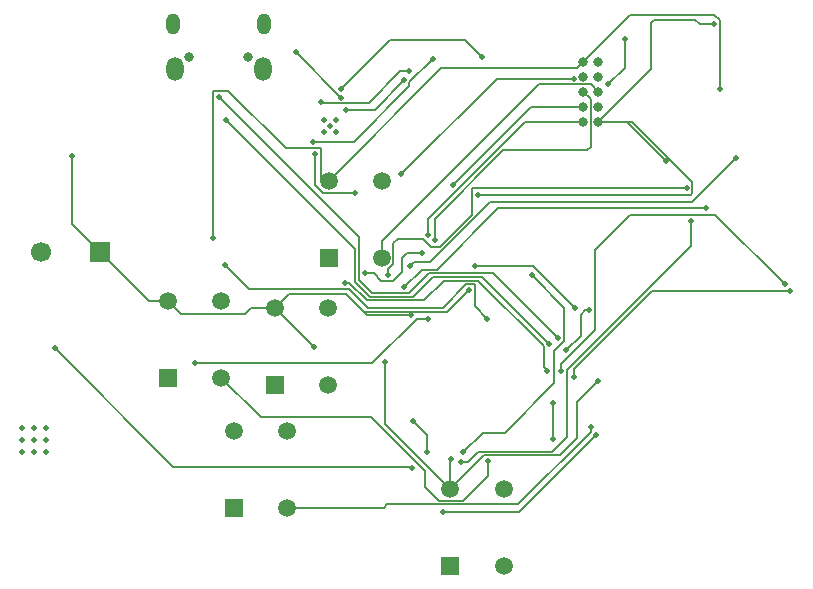
<source format=gbl>
G04*
G04 #@! TF.GenerationSoftware,Altium Limited,Altium Designer,21.1.1 (26)*
G04*
G04 Layer_Physical_Order=2*
G04 Layer_Color=16711680*
%FSLAX25Y25*%
%MOIN*%
G70*
G04*
G04 #@! TF.SameCoordinates,D9F95C0E-15A9-44F3-8ABD-4EC37FB7AC5F*
G04*
G04*
G04 #@! TF.FilePolarity,Positive*
G04*
G01*
G75*
%ADD13C,0.00600*%
%ADD87R,0.06693X0.06693*%
%ADD88C,0.06693*%
%ADD98C,0.05906*%
%ADD99R,0.05906X0.05906*%
%ADD100C,0.03200*%
%ADD101C,0.03150*%
%ADD102O,0.04528X0.07087*%
%ADD103O,0.05709X0.07874*%
%ADD104C,0.02000*%
%ADD105C,0.01968*%
D13*
X307500Y460500D02*
X325000Y478000D01*
Y493300D01*
X326250Y494550D01*
X339950D01*
X341500Y493000D01*
X346100D01*
X199784Y398500D02*
X212900Y385384D01*
X317050Y460500D02*
X330150Y447400D01*
X307500Y460500D02*
X317050D01*
X348000Y471300D02*
Y494450D01*
X346250Y496200D02*
X348000Y494450D01*
X318200Y496200D02*
X346250D01*
X302500Y480500D02*
X318200Y496200D01*
X212300Y453900D02*
X226066D01*
X244625Y472459D01*
Y473741D01*
X252400Y481516D01*
X221884Y471550D02*
X238134Y487800D01*
X263100D01*
X268900Y482000D01*
X258284Y347905D02*
X258579Y348200D01*
X258284Y338000D02*
Y347905D01*
X230600Y396100D02*
X245000D01*
X204484Y403200D02*
X223500D01*
X199784Y398500D02*
X204484Y403200D01*
X257092Y397092D02*
X264500Y404500D01*
X183100Y412700D02*
X191000Y404800D01*
X224600D01*
X230850Y398550D01*
X255650D01*
X263500Y406400D01*
X266300D01*
X266400Y406300D01*
Y399000D02*
Y406300D01*
Y399000D02*
X270550Y394850D01*
X258284Y338000D02*
X269584Y349300D01*
X294663D01*
X300400Y355037D01*
Y367100D01*
X307564Y374264D01*
X296900Y384390D02*
X301744Y389233D01*
Y396250D01*
X303144Y397650D01*
X304600D01*
X253050Y420950D02*
Y428200D01*
X275800Y450950D01*
X303750D01*
X305000Y452200D01*
Y468039D01*
X302539Y470500D02*
X305000Y468039D01*
X126300Y385000D02*
X165900Y345400D01*
X245300D01*
X245500Y345200D01*
X245900Y360900D02*
X250600Y356200D01*
Y350500D02*
Y356200D01*
X272527Y410050D02*
X294250Y388327D01*
X251250Y410050D02*
X272527D01*
X244600Y403400D02*
X251250Y410050D01*
X232053Y403400D02*
X244600D01*
X227750Y407703D02*
X232053Y403400D01*
X227750Y407703D02*
Y422150D01*
X181000Y468900D02*
X227750Y422150D01*
X268850Y408800D02*
X291250Y386400D01*
X252400Y408800D02*
X268850D01*
X245800Y402200D02*
X252400Y408800D01*
X231300Y402200D02*
X245800D01*
X226550Y406950D02*
X231300Y402200D01*
X226550Y406950D02*
Y418109D01*
X183559Y461100D02*
X226550Y418109D01*
X270800Y342347D02*
Y347400D01*
X262600Y334147D02*
X270800Y342347D01*
X254453Y334147D02*
X262600D01*
X249700Y338900D02*
X254453Y334147D01*
X249700Y338900D02*
Y344085D01*
X231785Y362000D02*
X249700Y344085D01*
X195063Y362000D02*
X231785D01*
X181858Y375205D02*
X195063Y362000D01*
X223100Y406900D02*
X224431D01*
X230331Y401000D01*
X249399D01*
X255999Y407600D01*
X267600D01*
X289350Y385850D01*
Y378624D02*
Y385850D01*
Y378624D02*
X290533Y377440D01*
X261747Y347100D02*
X264030D01*
X267430Y350500D01*
X292150D01*
X297150Y355500D01*
Y377825D01*
X338300Y418975D01*
Y427600D01*
X265300Y438400D02*
X337000Y438500D01*
X265300Y429400D02*
Y438400D01*
X254650Y418750D02*
X265300Y429400D01*
X251850Y418750D02*
X254650D01*
X249000Y421600D02*
X251850Y418750D01*
X240811Y421600D02*
X249000D01*
X239211Y420000D02*
X240811Y421600D01*
X239211Y413111D02*
Y420000D01*
X237400Y411300D02*
X239211Y413111D01*
X237400Y409450D02*
Y411300D01*
X241800Y443000D02*
X273700Y474900D01*
X299300D01*
X316300Y478600D02*
Y488200D01*
X310700Y473000D02*
X316300Y478600D01*
X285300Y409500D02*
X296200Y398600D01*
Y387500D02*
Y398600D01*
X292800Y384100D02*
X296200Y387500D01*
X292800Y373300D02*
Y384100D01*
X276400Y356900D02*
X292800Y373300D01*
X269116Y356900D02*
X276400D01*
X262516Y350300D02*
X269116Y356900D01*
X266400Y412400D02*
X285700D01*
X299800Y398300D01*
X259100Y439600D02*
X285000Y465500D01*
X302500D01*
X283177Y460500D02*
X302500D01*
X250877Y428200D02*
X283177Y460500D01*
X250877Y422850D02*
Y428200D01*
X206700Y483800D02*
X221900Y468600D01*
X233000Y464600D02*
X242700Y474300D01*
X223600Y464600D02*
X233000D01*
X213100Y439450D02*
Y449800D01*
Y439450D02*
X215650Y436900D01*
X226300D01*
X215047Y467100D02*
X215447Y466700D01*
X231000D01*
X241600Y477300D01*
X244300D01*
X179100Y421853D02*
Y470700D01*
X179200Y470800D01*
X184250D01*
X203335Y451715D01*
X214902D01*
X215017Y451600D01*
Y440795D02*
X217642D01*
X300400Y478400D02*
X302500Y480500D01*
X255247Y478400D02*
X300400D01*
X217642Y440795D02*
X255247Y478400D01*
X242700Y405300D02*
X248667Y411267D01*
X253794D01*
X274227Y431700D01*
X343579D01*
X338747Y433700D02*
X353334Y448287D01*
X271561Y433700D02*
X338747D01*
X251611Y413750D02*
X271561Y433700D01*
X245985Y413750D02*
X251611D01*
X244735Y412500D02*
X245985Y413750D01*
X305000Y357137D02*
Y358800D01*
X280810Y332947D02*
X305000Y357137D01*
X237247Y332947D02*
X280810D01*
X236005Y331705D02*
X237247Y332947D01*
X203858Y331705D02*
X236005D01*
X255796Y330300D02*
X281100D01*
X306900Y356100D01*
X346550Y429550D02*
X369700Y406400D01*
X318250Y429550D02*
X346550D01*
X306500Y417800D02*
X318250Y429550D01*
X306500Y391171D02*
Y417800D01*
X295250Y379921D02*
X306500Y391171D01*
X295250Y377421D02*
Y379921D01*
X299358Y375600D02*
Y378100D01*
X325458Y404200D01*
X371600D01*
X292600Y354700D02*
Y366673D01*
X243750Y416672D02*
X248736D01*
X242083Y415005D02*
X243750Y416672D01*
X242083Y410433D02*
Y415005D01*
X239200Y407550D02*
X242083Y410433D01*
X235250Y407550D02*
X239200D01*
X232700Y410100D02*
X235250Y407550D01*
X229650Y410100D02*
X232700D01*
X247000Y394900D02*
X250705D01*
X232200Y380100D02*
X247000Y394900D01*
X173000Y380100D02*
X232200D01*
X236600Y359684D02*
Y380453D01*
Y359684D02*
X258284Y338000D01*
X235358Y415205D02*
Y420614D01*
X287744Y473000D01*
X305000D01*
X307500Y470500D01*
X338950Y436700D02*
Y440400D01*
X338350Y436100D02*
X338950Y436700D01*
X267450Y436100D02*
X338350D01*
X157705Y400795D02*
X164142D01*
X141500Y417000D02*
X157705Y400795D01*
X164142D02*
X168437Y396500D01*
X189800D01*
X191800Y398500D01*
X199784D01*
X132188Y426312D02*
Y449012D01*
Y426312D02*
X141500Y417000D01*
X215017Y440795D02*
Y451600D01*
X223500Y403200D02*
X229608Y397092D01*
X230600Y396100D01*
X229608Y397092D02*
X257092D01*
X317050Y460500D02*
X318850D01*
X338950Y440400D01*
D87*
X141500Y417000D02*
D03*
D88*
X121815D02*
D03*
D98*
X235358Y415205D02*
D03*
Y440795D02*
D03*
X217642D02*
D03*
X217500Y372910D02*
D03*
Y398500D02*
D03*
X199784D02*
D03*
X276000Y312410D02*
D03*
Y338000D02*
D03*
X258284D02*
D03*
X203858Y331705D02*
D03*
Y357295D02*
D03*
X186142D02*
D03*
X181858Y375205D02*
D03*
Y400795D02*
D03*
X164142D02*
D03*
D99*
X217642Y415205D02*
D03*
X199784Y372910D02*
D03*
X258284Y312410D02*
D03*
X186142Y331705D02*
D03*
X164142Y375205D02*
D03*
D100*
X307500Y460500D02*
D03*
X302500D02*
D03*
X307500Y465500D02*
D03*
X302500D02*
D03*
X307500Y470500D02*
D03*
X302539D02*
D03*
X307500Y475500D02*
D03*
X302500D02*
D03*
X307500Y480500D02*
D03*
X302500D02*
D03*
D101*
X171157Y482217D02*
D03*
X190843D02*
D03*
D102*
X165744Y493043D02*
D03*
X196256D02*
D03*
D103*
X166335Y478083D02*
D03*
X195665D02*
D03*
D104*
X346100Y493000D02*
D03*
X212900Y385384D02*
D03*
X330150Y447400D02*
D03*
X348000Y471300D02*
D03*
X212300Y453900D02*
D03*
X252400Y481516D02*
D03*
X221884Y471550D02*
D03*
X268900Y482000D02*
D03*
X258579Y348200D02*
D03*
X245000Y396100D02*
D03*
X264500Y404500D02*
D03*
X183100Y412700D02*
D03*
X270550Y394850D02*
D03*
X307564Y374264D02*
D03*
X296900Y384390D02*
D03*
X304600Y397650D02*
D03*
X253050Y420950D02*
D03*
X126300Y385000D02*
D03*
X245500Y345200D02*
D03*
X245900Y360900D02*
D03*
X250600Y350500D02*
D03*
X294250Y388327D02*
D03*
X181000Y468900D02*
D03*
X291250Y386400D02*
D03*
X183559Y461100D02*
D03*
X270800Y347400D02*
D03*
X223100Y406900D02*
D03*
X290533Y377440D02*
D03*
X261747Y347100D02*
D03*
X338300Y427600D02*
D03*
X337000Y438500D02*
D03*
X237400Y409450D02*
D03*
X241800Y443000D02*
D03*
X299300Y474900D02*
D03*
X316300Y488200D02*
D03*
X310700Y473000D02*
D03*
X285300Y409500D02*
D03*
X262516Y350300D02*
D03*
X266400Y412400D02*
D03*
X299800Y398300D02*
D03*
X259100Y439600D02*
D03*
X250877Y422850D02*
D03*
X206700Y483800D02*
D03*
X221900Y468600D02*
D03*
X242700Y474300D02*
D03*
X223600Y464600D02*
D03*
X213100Y449800D02*
D03*
X226300Y436900D02*
D03*
X215047Y467100D02*
D03*
X244300Y477300D02*
D03*
X179100Y421853D02*
D03*
X242700Y405300D02*
D03*
X343579Y431700D02*
D03*
X353334Y448287D02*
D03*
X244735Y412500D02*
D03*
X305000Y358800D02*
D03*
X255796Y330300D02*
D03*
X306900Y356100D02*
D03*
X369700Y406400D02*
D03*
X295250Y377421D02*
D03*
X299358Y375600D02*
D03*
X371600Y404200D02*
D03*
X292600Y366673D02*
D03*
Y354700D02*
D03*
X248736Y416672D02*
D03*
X229650Y410100D02*
D03*
X250705Y394900D02*
D03*
X173000Y380100D02*
D03*
X236600Y380453D02*
D03*
X267450Y436100D02*
D03*
X132188Y449012D02*
D03*
D105*
X219969Y457032D02*
D03*
X216032D02*
D03*
Y460969D02*
D03*
X219969D02*
D03*
X218000Y459000D02*
D03*
X123437Y358437D02*
D03*
Y354500D02*
D03*
Y350563D02*
D03*
X119500Y358437D02*
D03*
Y354500D02*
D03*
Y350563D02*
D03*
X115563Y358437D02*
D03*
Y354500D02*
D03*
Y350563D02*
D03*
M02*

</source>
